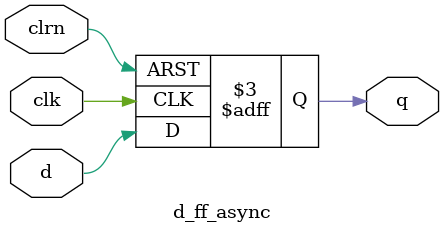
<source format=v>
`timescale 1ns / 1ps
module d_ff_async(d,clk,clrn,q);                 // dff with asynchronous reset
    input d, clk, clrn;                          // inputs d, clk, clrn (active low)
    output reg q;                                // output q, register type
    always @ (posedge clk or negedge clrn) begin // always block, "or"
        if (!clrn) q <= 0;                       // if clrn is asserted, reset dff
        else q <= d;                             // else store d to dff
    end
endmodule
</source>
